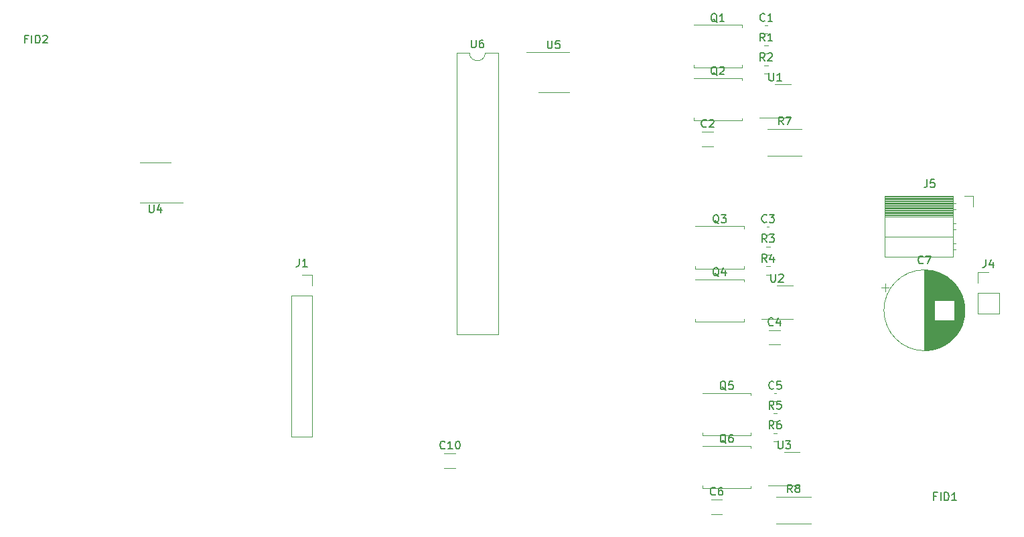
<source format=gto>
G04 #@! TF.GenerationSoftware,KiCad,Pcbnew,(7.0.0)*
G04 #@! TF.CreationDate,2023-03-09T15:00:38+01:00*
G04 #@! TF.ProjectId,asmTest,61736d54-6573-4742-9e6b-696361645f70,rev?*
G04 #@! TF.SameCoordinates,Original*
G04 #@! TF.FileFunction,Legend,Top*
G04 #@! TF.FilePolarity,Positive*
%FSLAX46Y46*%
G04 Gerber Fmt 4.6, Leading zero omitted, Abs format (unit mm)*
G04 Created by KiCad (PCBNEW (7.0.0)) date 2023-03-09 15:00:38*
%MOMM*%
%LPD*%
G01*
G04 APERTURE LIST*
%ADD10C,0.150000*%
%ADD11C,0.120000*%
G04 APERTURE END LIST*
D10*
G04 #@! TO.C,U2*
X187303095Y-79567380D02*
X187303095Y-80376904D01*
X187303095Y-80376904D02*
X187350714Y-80472142D01*
X187350714Y-80472142D02*
X187398333Y-80519761D01*
X187398333Y-80519761D02*
X187493571Y-80567380D01*
X187493571Y-80567380D02*
X187684047Y-80567380D01*
X187684047Y-80567380D02*
X187779285Y-80519761D01*
X187779285Y-80519761D02*
X187826904Y-80472142D01*
X187826904Y-80472142D02*
X187874523Y-80376904D01*
X187874523Y-80376904D02*
X187874523Y-79567380D01*
X188303095Y-79662619D02*
X188350714Y-79615000D01*
X188350714Y-79615000D02*
X188445952Y-79567380D01*
X188445952Y-79567380D02*
X188684047Y-79567380D01*
X188684047Y-79567380D02*
X188779285Y-79615000D01*
X188779285Y-79615000D02*
X188826904Y-79662619D01*
X188826904Y-79662619D02*
X188874523Y-79757857D01*
X188874523Y-79757857D02*
X188874523Y-79853095D01*
X188874523Y-79853095D02*
X188826904Y-79995952D01*
X188826904Y-79995952D02*
X188255476Y-80567380D01*
X188255476Y-80567380D02*
X188874523Y-80567380D01*
G04 #@! TO.C,R7*
X188870833Y-60647380D02*
X188537500Y-60171190D01*
X188299405Y-60647380D02*
X188299405Y-59647380D01*
X188299405Y-59647380D02*
X188680357Y-59647380D01*
X188680357Y-59647380D02*
X188775595Y-59695000D01*
X188775595Y-59695000D02*
X188823214Y-59742619D01*
X188823214Y-59742619D02*
X188870833Y-59837857D01*
X188870833Y-59837857D02*
X188870833Y-59980714D01*
X188870833Y-59980714D02*
X188823214Y-60075952D01*
X188823214Y-60075952D02*
X188775595Y-60123571D01*
X188775595Y-60123571D02*
X188680357Y-60171190D01*
X188680357Y-60171190D02*
X188299405Y-60171190D01*
X189204167Y-59647380D02*
X189870833Y-59647380D01*
X189870833Y-59647380D02*
X189442262Y-60647380D01*
G04 #@! TO.C,U6*
X149428095Y-49917380D02*
X149428095Y-50726904D01*
X149428095Y-50726904D02*
X149475714Y-50822142D01*
X149475714Y-50822142D02*
X149523333Y-50869761D01*
X149523333Y-50869761D02*
X149618571Y-50917380D01*
X149618571Y-50917380D02*
X149809047Y-50917380D01*
X149809047Y-50917380D02*
X149904285Y-50869761D01*
X149904285Y-50869761D02*
X149951904Y-50822142D01*
X149951904Y-50822142D02*
X149999523Y-50726904D01*
X149999523Y-50726904D02*
X149999523Y-49917380D01*
X150904285Y-49917380D02*
X150713809Y-49917380D01*
X150713809Y-49917380D02*
X150618571Y-49965000D01*
X150618571Y-49965000D02*
X150570952Y-50012619D01*
X150570952Y-50012619D02*
X150475714Y-50155476D01*
X150475714Y-50155476D02*
X150428095Y-50345952D01*
X150428095Y-50345952D02*
X150428095Y-50726904D01*
X150428095Y-50726904D02*
X150475714Y-50822142D01*
X150475714Y-50822142D02*
X150523333Y-50869761D01*
X150523333Y-50869761D02*
X150618571Y-50917380D01*
X150618571Y-50917380D02*
X150809047Y-50917380D01*
X150809047Y-50917380D02*
X150904285Y-50869761D01*
X150904285Y-50869761D02*
X150951904Y-50822142D01*
X150951904Y-50822142D02*
X150999523Y-50726904D01*
X150999523Y-50726904D02*
X150999523Y-50488809D01*
X150999523Y-50488809D02*
X150951904Y-50393571D01*
X150951904Y-50393571D02*
X150904285Y-50345952D01*
X150904285Y-50345952D02*
X150809047Y-50298333D01*
X150809047Y-50298333D02*
X150618571Y-50298333D01*
X150618571Y-50298333D02*
X150523333Y-50345952D01*
X150523333Y-50345952D02*
X150475714Y-50393571D01*
X150475714Y-50393571D02*
X150428095Y-50488809D01*
G04 #@! TO.C,R5*
X187658333Y-96647380D02*
X187325000Y-96171190D01*
X187086905Y-96647380D02*
X187086905Y-95647380D01*
X187086905Y-95647380D02*
X187467857Y-95647380D01*
X187467857Y-95647380D02*
X187563095Y-95695000D01*
X187563095Y-95695000D02*
X187610714Y-95742619D01*
X187610714Y-95742619D02*
X187658333Y-95837857D01*
X187658333Y-95837857D02*
X187658333Y-95980714D01*
X187658333Y-95980714D02*
X187610714Y-96075952D01*
X187610714Y-96075952D02*
X187563095Y-96123571D01*
X187563095Y-96123571D02*
X187467857Y-96171190D01*
X187467857Y-96171190D02*
X187086905Y-96171190D01*
X188563095Y-95647380D02*
X188086905Y-95647380D01*
X188086905Y-95647380D02*
X188039286Y-96123571D01*
X188039286Y-96123571D02*
X188086905Y-96075952D01*
X188086905Y-96075952D02*
X188182143Y-96028333D01*
X188182143Y-96028333D02*
X188420238Y-96028333D01*
X188420238Y-96028333D02*
X188515476Y-96075952D01*
X188515476Y-96075952D02*
X188563095Y-96123571D01*
X188563095Y-96123571D02*
X188610714Y-96218809D01*
X188610714Y-96218809D02*
X188610714Y-96456904D01*
X188610714Y-96456904D02*
X188563095Y-96552142D01*
X188563095Y-96552142D02*
X188515476Y-96599761D01*
X188515476Y-96599761D02*
X188420238Y-96647380D01*
X188420238Y-96647380D02*
X188182143Y-96647380D01*
X188182143Y-96647380D02*
X188086905Y-96599761D01*
X188086905Y-96599761D02*
X188039286Y-96552142D01*
G04 #@! TO.C,J1*
X127666666Y-77617380D02*
X127666666Y-78331666D01*
X127666666Y-78331666D02*
X127619047Y-78474523D01*
X127619047Y-78474523D02*
X127523809Y-78569761D01*
X127523809Y-78569761D02*
X127380952Y-78617380D01*
X127380952Y-78617380D02*
X127285714Y-78617380D01*
X128666666Y-78617380D02*
X128095238Y-78617380D01*
X128380952Y-78617380D02*
X128380952Y-77617380D01*
X128380952Y-77617380D02*
X128285714Y-77760238D01*
X128285714Y-77760238D02*
X128190476Y-77855476D01*
X128190476Y-77855476D02*
X128095238Y-77903095D01*
G04 #@! TO.C,Q2*
X180492261Y-54402619D02*
X180397023Y-54355000D01*
X180397023Y-54355000D02*
X180301785Y-54259761D01*
X180301785Y-54259761D02*
X180158928Y-54116904D01*
X180158928Y-54116904D02*
X180063690Y-54069285D01*
X180063690Y-54069285D02*
X179968452Y-54069285D01*
X180016071Y-54307380D02*
X179920833Y-54259761D01*
X179920833Y-54259761D02*
X179825595Y-54164523D01*
X179825595Y-54164523D02*
X179777976Y-53974047D01*
X179777976Y-53974047D02*
X179777976Y-53640714D01*
X179777976Y-53640714D02*
X179825595Y-53450238D01*
X179825595Y-53450238D02*
X179920833Y-53355000D01*
X179920833Y-53355000D02*
X180016071Y-53307380D01*
X180016071Y-53307380D02*
X180206547Y-53307380D01*
X180206547Y-53307380D02*
X180301785Y-53355000D01*
X180301785Y-53355000D02*
X180397023Y-53450238D01*
X180397023Y-53450238D02*
X180444642Y-53640714D01*
X180444642Y-53640714D02*
X180444642Y-53974047D01*
X180444642Y-53974047D02*
X180397023Y-54164523D01*
X180397023Y-54164523D02*
X180301785Y-54259761D01*
X180301785Y-54259761D02*
X180206547Y-54307380D01*
X180206547Y-54307380D02*
X180016071Y-54307380D01*
X180825595Y-53402619D02*
X180873214Y-53355000D01*
X180873214Y-53355000D02*
X180968452Y-53307380D01*
X180968452Y-53307380D02*
X181206547Y-53307380D01*
X181206547Y-53307380D02*
X181301785Y-53355000D01*
X181301785Y-53355000D02*
X181349404Y-53402619D01*
X181349404Y-53402619D02*
X181397023Y-53497857D01*
X181397023Y-53497857D02*
X181397023Y-53593095D01*
X181397023Y-53593095D02*
X181349404Y-53735952D01*
X181349404Y-53735952D02*
X180777976Y-54307380D01*
X180777976Y-54307380D02*
X181397023Y-54307380D01*
G04 #@! TO.C,C2*
X179140833Y-60892142D02*
X179093214Y-60939761D01*
X179093214Y-60939761D02*
X178950357Y-60987380D01*
X178950357Y-60987380D02*
X178855119Y-60987380D01*
X178855119Y-60987380D02*
X178712262Y-60939761D01*
X178712262Y-60939761D02*
X178617024Y-60844523D01*
X178617024Y-60844523D02*
X178569405Y-60749285D01*
X178569405Y-60749285D02*
X178521786Y-60558809D01*
X178521786Y-60558809D02*
X178521786Y-60415952D01*
X178521786Y-60415952D02*
X178569405Y-60225476D01*
X178569405Y-60225476D02*
X178617024Y-60130238D01*
X178617024Y-60130238D02*
X178712262Y-60035000D01*
X178712262Y-60035000D02*
X178855119Y-59987380D01*
X178855119Y-59987380D02*
X178950357Y-59987380D01*
X178950357Y-59987380D02*
X179093214Y-60035000D01*
X179093214Y-60035000D02*
X179140833Y-60082619D01*
X179521786Y-60082619D02*
X179569405Y-60035000D01*
X179569405Y-60035000D02*
X179664643Y-59987380D01*
X179664643Y-59987380D02*
X179902738Y-59987380D01*
X179902738Y-59987380D02*
X179997976Y-60035000D01*
X179997976Y-60035000D02*
X180045595Y-60082619D01*
X180045595Y-60082619D02*
X180093214Y-60177857D01*
X180093214Y-60177857D02*
X180093214Y-60273095D01*
X180093214Y-60273095D02*
X180045595Y-60415952D01*
X180045595Y-60415952D02*
X179474167Y-60987380D01*
X179474167Y-60987380D02*
X180093214Y-60987380D01*
G04 #@! TO.C,FID2*
X93328571Y-49803571D02*
X92995238Y-49803571D01*
X92995238Y-50327380D02*
X92995238Y-49327380D01*
X92995238Y-49327380D02*
X93471428Y-49327380D01*
X93852381Y-50327380D02*
X93852381Y-49327380D01*
X94328571Y-50327380D02*
X94328571Y-49327380D01*
X94328571Y-49327380D02*
X94566666Y-49327380D01*
X94566666Y-49327380D02*
X94709523Y-49375000D01*
X94709523Y-49375000D02*
X94804761Y-49470238D01*
X94804761Y-49470238D02*
X94852380Y-49565476D01*
X94852380Y-49565476D02*
X94899999Y-49755952D01*
X94899999Y-49755952D02*
X94899999Y-49898809D01*
X94899999Y-49898809D02*
X94852380Y-50089285D01*
X94852380Y-50089285D02*
X94804761Y-50184523D01*
X94804761Y-50184523D02*
X94709523Y-50279761D01*
X94709523Y-50279761D02*
X94566666Y-50327380D01*
X94566666Y-50327380D02*
X94328571Y-50327380D01*
X95280952Y-49422619D02*
X95328571Y-49375000D01*
X95328571Y-49375000D02*
X95423809Y-49327380D01*
X95423809Y-49327380D02*
X95661904Y-49327380D01*
X95661904Y-49327380D02*
X95757142Y-49375000D01*
X95757142Y-49375000D02*
X95804761Y-49422619D01*
X95804761Y-49422619D02*
X95852380Y-49517857D01*
X95852380Y-49517857D02*
X95852380Y-49613095D01*
X95852380Y-49613095D02*
X95804761Y-49755952D01*
X95804761Y-49755952D02*
X95233333Y-50327380D01*
X95233333Y-50327380D02*
X95852380Y-50327380D01*
G04 #@! TO.C,Q4*
X180719761Y-79872619D02*
X180624523Y-79825000D01*
X180624523Y-79825000D02*
X180529285Y-79729761D01*
X180529285Y-79729761D02*
X180386428Y-79586904D01*
X180386428Y-79586904D02*
X180291190Y-79539285D01*
X180291190Y-79539285D02*
X180195952Y-79539285D01*
X180243571Y-79777380D02*
X180148333Y-79729761D01*
X180148333Y-79729761D02*
X180053095Y-79634523D01*
X180053095Y-79634523D02*
X180005476Y-79444047D01*
X180005476Y-79444047D02*
X180005476Y-79110714D01*
X180005476Y-79110714D02*
X180053095Y-78920238D01*
X180053095Y-78920238D02*
X180148333Y-78825000D01*
X180148333Y-78825000D02*
X180243571Y-78777380D01*
X180243571Y-78777380D02*
X180434047Y-78777380D01*
X180434047Y-78777380D02*
X180529285Y-78825000D01*
X180529285Y-78825000D02*
X180624523Y-78920238D01*
X180624523Y-78920238D02*
X180672142Y-79110714D01*
X180672142Y-79110714D02*
X180672142Y-79444047D01*
X180672142Y-79444047D02*
X180624523Y-79634523D01*
X180624523Y-79634523D02*
X180529285Y-79729761D01*
X180529285Y-79729761D02*
X180434047Y-79777380D01*
X180434047Y-79777380D02*
X180243571Y-79777380D01*
X181529285Y-79110714D02*
X181529285Y-79777380D01*
X181291190Y-78729761D02*
X181053095Y-79444047D01*
X181053095Y-79444047D02*
X181672142Y-79444047D01*
G04 #@! TO.C,Q6*
X181619761Y-100972619D02*
X181524523Y-100925000D01*
X181524523Y-100925000D02*
X181429285Y-100829761D01*
X181429285Y-100829761D02*
X181286428Y-100686904D01*
X181286428Y-100686904D02*
X181191190Y-100639285D01*
X181191190Y-100639285D02*
X181095952Y-100639285D01*
X181143571Y-100877380D02*
X181048333Y-100829761D01*
X181048333Y-100829761D02*
X180953095Y-100734523D01*
X180953095Y-100734523D02*
X180905476Y-100544047D01*
X180905476Y-100544047D02*
X180905476Y-100210714D01*
X180905476Y-100210714D02*
X180953095Y-100020238D01*
X180953095Y-100020238D02*
X181048333Y-99925000D01*
X181048333Y-99925000D02*
X181143571Y-99877380D01*
X181143571Y-99877380D02*
X181334047Y-99877380D01*
X181334047Y-99877380D02*
X181429285Y-99925000D01*
X181429285Y-99925000D02*
X181524523Y-100020238D01*
X181524523Y-100020238D02*
X181572142Y-100210714D01*
X181572142Y-100210714D02*
X181572142Y-100544047D01*
X181572142Y-100544047D02*
X181524523Y-100734523D01*
X181524523Y-100734523D02*
X181429285Y-100829761D01*
X181429285Y-100829761D02*
X181334047Y-100877380D01*
X181334047Y-100877380D02*
X181143571Y-100877380D01*
X182429285Y-99877380D02*
X182238809Y-99877380D01*
X182238809Y-99877380D02*
X182143571Y-99925000D01*
X182143571Y-99925000D02*
X182095952Y-99972619D01*
X182095952Y-99972619D02*
X182000714Y-100115476D01*
X182000714Y-100115476D02*
X181953095Y-100305952D01*
X181953095Y-100305952D02*
X181953095Y-100686904D01*
X181953095Y-100686904D02*
X182000714Y-100782142D01*
X182000714Y-100782142D02*
X182048333Y-100829761D01*
X182048333Y-100829761D02*
X182143571Y-100877380D01*
X182143571Y-100877380D02*
X182334047Y-100877380D01*
X182334047Y-100877380D02*
X182429285Y-100829761D01*
X182429285Y-100829761D02*
X182476904Y-100782142D01*
X182476904Y-100782142D02*
X182524523Y-100686904D01*
X182524523Y-100686904D02*
X182524523Y-100448809D01*
X182524523Y-100448809D02*
X182476904Y-100353571D01*
X182476904Y-100353571D02*
X182429285Y-100305952D01*
X182429285Y-100305952D02*
X182334047Y-100258333D01*
X182334047Y-100258333D02*
X182143571Y-100258333D01*
X182143571Y-100258333D02*
X182048333Y-100305952D01*
X182048333Y-100305952D02*
X182000714Y-100353571D01*
X182000714Y-100353571D02*
X181953095Y-100448809D01*
G04 #@! TO.C,R2*
X186530833Y-52587380D02*
X186197500Y-52111190D01*
X185959405Y-52587380D02*
X185959405Y-51587380D01*
X185959405Y-51587380D02*
X186340357Y-51587380D01*
X186340357Y-51587380D02*
X186435595Y-51635000D01*
X186435595Y-51635000D02*
X186483214Y-51682619D01*
X186483214Y-51682619D02*
X186530833Y-51777857D01*
X186530833Y-51777857D02*
X186530833Y-51920714D01*
X186530833Y-51920714D02*
X186483214Y-52015952D01*
X186483214Y-52015952D02*
X186435595Y-52063571D01*
X186435595Y-52063571D02*
X186340357Y-52111190D01*
X186340357Y-52111190D02*
X185959405Y-52111190D01*
X186911786Y-51682619D02*
X186959405Y-51635000D01*
X186959405Y-51635000D02*
X187054643Y-51587380D01*
X187054643Y-51587380D02*
X187292738Y-51587380D01*
X187292738Y-51587380D02*
X187387976Y-51635000D01*
X187387976Y-51635000D02*
X187435595Y-51682619D01*
X187435595Y-51682619D02*
X187483214Y-51777857D01*
X187483214Y-51777857D02*
X187483214Y-51873095D01*
X187483214Y-51873095D02*
X187435595Y-52015952D01*
X187435595Y-52015952D02*
X186864167Y-52587380D01*
X186864167Y-52587380D02*
X187483214Y-52587380D01*
G04 #@! TO.C,C6*
X180268333Y-107462142D02*
X180220714Y-107509761D01*
X180220714Y-107509761D02*
X180077857Y-107557380D01*
X180077857Y-107557380D02*
X179982619Y-107557380D01*
X179982619Y-107557380D02*
X179839762Y-107509761D01*
X179839762Y-107509761D02*
X179744524Y-107414523D01*
X179744524Y-107414523D02*
X179696905Y-107319285D01*
X179696905Y-107319285D02*
X179649286Y-107128809D01*
X179649286Y-107128809D02*
X179649286Y-106985952D01*
X179649286Y-106985952D02*
X179696905Y-106795476D01*
X179696905Y-106795476D02*
X179744524Y-106700238D01*
X179744524Y-106700238D02*
X179839762Y-106605000D01*
X179839762Y-106605000D02*
X179982619Y-106557380D01*
X179982619Y-106557380D02*
X180077857Y-106557380D01*
X180077857Y-106557380D02*
X180220714Y-106605000D01*
X180220714Y-106605000D02*
X180268333Y-106652619D01*
X181125476Y-106557380D02*
X180935000Y-106557380D01*
X180935000Y-106557380D02*
X180839762Y-106605000D01*
X180839762Y-106605000D02*
X180792143Y-106652619D01*
X180792143Y-106652619D02*
X180696905Y-106795476D01*
X180696905Y-106795476D02*
X180649286Y-106985952D01*
X180649286Y-106985952D02*
X180649286Y-107366904D01*
X180649286Y-107366904D02*
X180696905Y-107462142D01*
X180696905Y-107462142D02*
X180744524Y-107509761D01*
X180744524Y-107509761D02*
X180839762Y-107557380D01*
X180839762Y-107557380D02*
X181030238Y-107557380D01*
X181030238Y-107557380D02*
X181125476Y-107509761D01*
X181125476Y-107509761D02*
X181173095Y-107462142D01*
X181173095Y-107462142D02*
X181220714Y-107366904D01*
X181220714Y-107366904D02*
X181220714Y-107128809D01*
X181220714Y-107128809D02*
X181173095Y-107033571D01*
X181173095Y-107033571D02*
X181125476Y-106985952D01*
X181125476Y-106985952D02*
X181030238Y-106938333D01*
X181030238Y-106938333D02*
X180839762Y-106938333D01*
X180839762Y-106938333D02*
X180744524Y-106985952D01*
X180744524Y-106985952D02*
X180696905Y-107033571D01*
X180696905Y-107033571D02*
X180649286Y-107128809D01*
G04 #@! TO.C,J5*
X207026666Y-67597380D02*
X207026666Y-68311666D01*
X207026666Y-68311666D02*
X206979047Y-68454523D01*
X206979047Y-68454523D02*
X206883809Y-68549761D01*
X206883809Y-68549761D02*
X206740952Y-68597380D01*
X206740952Y-68597380D02*
X206645714Y-68597380D01*
X207979047Y-67597380D02*
X207502857Y-67597380D01*
X207502857Y-67597380D02*
X207455238Y-68073571D01*
X207455238Y-68073571D02*
X207502857Y-68025952D01*
X207502857Y-68025952D02*
X207598095Y-67978333D01*
X207598095Y-67978333D02*
X207836190Y-67978333D01*
X207836190Y-67978333D02*
X207931428Y-68025952D01*
X207931428Y-68025952D02*
X207979047Y-68073571D01*
X207979047Y-68073571D02*
X208026666Y-68168809D01*
X208026666Y-68168809D02*
X208026666Y-68406904D01*
X208026666Y-68406904D02*
X207979047Y-68502142D01*
X207979047Y-68502142D02*
X207931428Y-68549761D01*
X207931428Y-68549761D02*
X207836190Y-68597380D01*
X207836190Y-68597380D02*
X207598095Y-68597380D01*
X207598095Y-68597380D02*
X207502857Y-68549761D01*
X207502857Y-68549761D02*
X207455238Y-68502142D01*
G04 #@! TO.C,U4*
X108713095Y-70772380D02*
X108713095Y-71581904D01*
X108713095Y-71581904D02*
X108760714Y-71677142D01*
X108760714Y-71677142D02*
X108808333Y-71724761D01*
X108808333Y-71724761D02*
X108903571Y-71772380D01*
X108903571Y-71772380D02*
X109094047Y-71772380D01*
X109094047Y-71772380D02*
X109189285Y-71724761D01*
X109189285Y-71724761D02*
X109236904Y-71677142D01*
X109236904Y-71677142D02*
X109284523Y-71581904D01*
X109284523Y-71581904D02*
X109284523Y-70772380D01*
X110189285Y-71105714D02*
X110189285Y-71772380D01*
X109951190Y-70724761D02*
X109713095Y-71439047D01*
X109713095Y-71439047D02*
X110332142Y-71439047D01*
G04 #@! TO.C,Q1*
X180492261Y-47692619D02*
X180397023Y-47645000D01*
X180397023Y-47645000D02*
X180301785Y-47549761D01*
X180301785Y-47549761D02*
X180158928Y-47406904D01*
X180158928Y-47406904D02*
X180063690Y-47359285D01*
X180063690Y-47359285D02*
X179968452Y-47359285D01*
X180016071Y-47597380D02*
X179920833Y-47549761D01*
X179920833Y-47549761D02*
X179825595Y-47454523D01*
X179825595Y-47454523D02*
X179777976Y-47264047D01*
X179777976Y-47264047D02*
X179777976Y-46930714D01*
X179777976Y-46930714D02*
X179825595Y-46740238D01*
X179825595Y-46740238D02*
X179920833Y-46645000D01*
X179920833Y-46645000D02*
X180016071Y-46597380D01*
X180016071Y-46597380D02*
X180206547Y-46597380D01*
X180206547Y-46597380D02*
X180301785Y-46645000D01*
X180301785Y-46645000D02*
X180397023Y-46740238D01*
X180397023Y-46740238D02*
X180444642Y-46930714D01*
X180444642Y-46930714D02*
X180444642Y-47264047D01*
X180444642Y-47264047D02*
X180397023Y-47454523D01*
X180397023Y-47454523D02*
X180301785Y-47549761D01*
X180301785Y-47549761D02*
X180206547Y-47597380D01*
X180206547Y-47597380D02*
X180016071Y-47597380D01*
X181397023Y-47597380D02*
X180825595Y-47597380D01*
X181111309Y-47597380D02*
X181111309Y-46597380D01*
X181111309Y-46597380D02*
X181016071Y-46740238D01*
X181016071Y-46740238D02*
X180920833Y-46835476D01*
X180920833Y-46835476D02*
X180825595Y-46883095D01*
G04 #@! TO.C,U5*
X159068095Y-49997380D02*
X159068095Y-50806904D01*
X159068095Y-50806904D02*
X159115714Y-50902142D01*
X159115714Y-50902142D02*
X159163333Y-50949761D01*
X159163333Y-50949761D02*
X159258571Y-50997380D01*
X159258571Y-50997380D02*
X159449047Y-50997380D01*
X159449047Y-50997380D02*
X159544285Y-50949761D01*
X159544285Y-50949761D02*
X159591904Y-50902142D01*
X159591904Y-50902142D02*
X159639523Y-50806904D01*
X159639523Y-50806904D02*
X159639523Y-49997380D01*
X160591904Y-49997380D02*
X160115714Y-49997380D01*
X160115714Y-49997380D02*
X160068095Y-50473571D01*
X160068095Y-50473571D02*
X160115714Y-50425952D01*
X160115714Y-50425952D02*
X160210952Y-50378333D01*
X160210952Y-50378333D02*
X160449047Y-50378333D01*
X160449047Y-50378333D02*
X160544285Y-50425952D01*
X160544285Y-50425952D02*
X160591904Y-50473571D01*
X160591904Y-50473571D02*
X160639523Y-50568809D01*
X160639523Y-50568809D02*
X160639523Y-50806904D01*
X160639523Y-50806904D02*
X160591904Y-50902142D01*
X160591904Y-50902142D02*
X160544285Y-50949761D01*
X160544285Y-50949761D02*
X160449047Y-50997380D01*
X160449047Y-50997380D02*
X160210952Y-50997380D01*
X160210952Y-50997380D02*
X160115714Y-50949761D01*
X160115714Y-50949761D02*
X160068095Y-50902142D01*
G04 #@! TO.C,C3*
X186758333Y-72942142D02*
X186710714Y-72989761D01*
X186710714Y-72989761D02*
X186567857Y-73037380D01*
X186567857Y-73037380D02*
X186472619Y-73037380D01*
X186472619Y-73037380D02*
X186329762Y-72989761D01*
X186329762Y-72989761D02*
X186234524Y-72894523D01*
X186234524Y-72894523D02*
X186186905Y-72799285D01*
X186186905Y-72799285D02*
X186139286Y-72608809D01*
X186139286Y-72608809D02*
X186139286Y-72465952D01*
X186139286Y-72465952D02*
X186186905Y-72275476D01*
X186186905Y-72275476D02*
X186234524Y-72180238D01*
X186234524Y-72180238D02*
X186329762Y-72085000D01*
X186329762Y-72085000D02*
X186472619Y-72037380D01*
X186472619Y-72037380D02*
X186567857Y-72037380D01*
X186567857Y-72037380D02*
X186710714Y-72085000D01*
X186710714Y-72085000D02*
X186758333Y-72132619D01*
X187091667Y-72037380D02*
X187710714Y-72037380D01*
X187710714Y-72037380D02*
X187377381Y-72418333D01*
X187377381Y-72418333D02*
X187520238Y-72418333D01*
X187520238Y-72418333D02*
X187615476Y-72465952D01*
X187615476Y-72465952D02*
X187663095Y-72513571D01*
X187663095Y-72513571D02*
X187710714Y-72608809D01*
X187710714Y-72608809D02*
X187710714Y-72846904D01*
X187710714Y-72846904D02*
X187663095Y-72942142D01*
X187663095Y-72942142D02*
X187615476Y-72989761D01*
X187615476Y-72989761D02*
X187520238Y-73037380D01*
X187520238Y-73037380D02*
X187234524Y-73037380D01*
X187234524Y-73037380D02*
X187139286Y-72989761D01*
X187139286Y-72989761D02*
X187091667Y-72942142D01*
G04 #@! TO.C,C10*
X146082142Y-101622142D02*
X146034523Y-101669761D01*
X146034523Y-101669761D02*
X145891666Y-101717380D01*
X145891666Y-101717380D02*
X145796428Y-101717380D01*
X145796428Y-101717380D02*
X145653571Y-101669761D01*
X145653571Y-101669761D02*
X145558333Y-101574523D01*
X145558333Y-101574523D02*
X145510714Y-101479285D01*
X145510714Y-101479285D02*
X145463095Y-101288809D01*
X145463095Y-101288809D02*
X145463095Y-101145952D01*
X145463095Y-101145952D02*
X145510714Y-100955476D01*
X145510714Y-100955476D02*
X145558333Y-100860238D01*
X145558333Y-100860238D02*
X145653571Y-100765000D01*
X145653571Y-100765000D02*
X145796428Y-100717380D01*
X145796428Y-100717380D02*
X145891666Y-100717380D01*
X145891666Y-100717380D02*
X146034523Y-100765000D01*
X146034523Y-100765000D02*
X146082142Y-100812619D01*
X147034523Y-101717380D02*
X146463095Y-101717380D01*
X146748809Y-101717380D02*
X146748809Y-100717380D01*
X146748809Y-100717380D02*
X146653571Y-100860238D01*
X146653571Y-100860238D02*
X146558333Y-100955476D01*
X146558333Y-100955476D02*
X146463095Y-101003095D01*
X147653571Y-100717380D02*
X147748809Y-100717380D01*
X147748809Y-100717380D02*
X147844047Y-100765000D01*
X147844047Y-100765000D02*
X147891666Y-100812619D01*
X147891666Y-100812619D02*
X147939285Y-100907857D01*
X147939285Y-100907857D02*
X147986904Y-101098333D01*
X147986904Y-101098333D02*
X147986904Y-101336428D01*
X147986904Y-101336428D02*
X147939285Y-101526904D01*
X147939285Y-101526904D02*
X147891666Y-101622142D01*
X147891666Y-101622142D02*
X147844047Y-101669761D01*
X147844047Y-101669761D02*
X147748809Y-101717380D01*
X147748809Y-101717380D02*
X147653571Y-101717380D01*
X147653571Y-101717380D02*
X147558333Y-101669761D01*
X147558333Y-101669761D02*
X147510714Y-101622142D01*
X147510714Y-101622142D02*
X147463095Y-101526904D01*
X147463095Y-101526904D02*
X147415476Y-101336428D01*
X147415476Y-101336428D02*
X147415476Y-101098333D01*
X147415476Y-101098333D02*
X147463095Y-100907857D01*
X147463095Y-100907857D02*
X147510714Y-100812619D01*
X147510714Y-100812619D02*
X147558333Y-100765000D01*
X147558333Y-100765000D02*
X147653571Y-100717380D01*
G04 #@! TO.C,R4*
X186758333Y-78057380D02*
X186425000Y-77581190D01*
X186186905Y-78057380D02*
X186186905Y-77057380D01*
X186186905Y-77057380D02*
X186567857Y-77057380D01*
X186567857Y-77057380D02*
X186663095Y-77105000D01*
X186663095Y-77105000D02*
X186710714Y-77152619D01*
X186710714Y-77152619D02*
X186758333Y-77247857D01*
X186758333Y-77247857D02*
X186758333Y-77390714D01*
X186758333Y-77390714D02*
X186710714Y-77485952D01*
X186710714Y-77485952D02*
X186663095Y-77533571D01*
X186663095Y-77533571D02*
X186567857Y-77581190D01*
X186567857Y-77581190D02*
X186186905Y-77581190D01*
X187615476Y-77390714D02*
X187615476Y-78057380D01*
X187377381Y-77009761D02*
X187139286Y-77724047D01*
X187139286Y-77724047D02*
X187758333Y-77724047D01*
G04 #@! TO.C,C4*
X187578333Y-86022142D02*
X187530714Y-86069761D01*
X187530714Y-86069761D02*
X187387857Y-86117380D01*
X187387857Y-86117380D02*
X187292619Y-86117380D01*
X187292619Y-86117380D02*
X187149762Y-86069761D01*
X187149762Y-86069761D02*
X187054524Y-85974523D01*
X187054524Y-85974523D02*
X187006905Y-85879285D01*
X187006905Y-85879285D02*
X186959286Y-85688809D01*
X186959286Y-85688809D02*
X186959286Y-85545952D01*
X186959286Y-85545952D02*
X187006905Y-85355476D01*
X187006905Y-85355476D02*
X187054524Y-85260238D01*
X187054524Y-85260238D02*
X187149762Y-85165000D01*
X187149762Y-85165000D02*
X187292619Y-85117380D01*
X187292619Y-85117380D02*
X187387857Y-85117380D01*
X187387857Y-85117380D02*
X187530714Y-85165000D01*
X187530714Y-85165000D02*
X187578333Y-85212619D01*
X188435476Y-85450714D02*
X188435476Y-86117380D01*
X188197381Y-85069761D02*
X187959286Y-85784047D01*
X187959286Y-85784047D02*
X188578333Y-85784047D01*
G04 #@! TO.C,FID1*
X208228571Y-107703571D02*
X207895238Y-107703571D01*
X207895238Y-108227380D02*
X207895238Y-107227380D01*
X207895238Y-107227380D02*
X208371428Y-107227380D01*
X208752381Y-108227380D02*
X208752381Y-107227380D01*
X209228571Y-108227380D02*
X209228571Y-107227380D01*
X209228571Y-107227380D02*
X209466666Y-107227380D01*
X209466666Y-107227380D02*
X209609523Y-107275000D01*
X209609523Y-107275000D02*
X209704761Y-107370238D01*
X209704761Y-107370238D02*
X209752380Y-107465476D01*
X209752380Y-107465476D02*
X209799999Y-107655952D01*
X209799999Y-107655952D02*
X209799999Y-107798809D01*
X209799999Y-107798809D02*
X209752380Y-107989285D01*
X209752380Y-107989285D02*
X209704761Y-108084523D01*
X209704761Y-108084523D02*
X209609523Y-108179761D01*
X209609523Y-108179761D02*
X209466666Y-108227380D01*
X209466666Y-108227380D02*
X209228571Y-108227380D01*
X210752380Y-108227380D02*
X210180952Y-108227380D01*
X210466666Y-108227380D02*
X210466666Y-107227380D01*
X210466666Y-107227380D02*
X210371428Y-107370238D01*
X210371428Y-107370238D02*
X210276190Y-107465476D01*
X210276190Y-107465476D02*
X210180952Y-107513095D01*
G04 #@! TO.C,C1*
X186530833Y-47472142D02*
X186483214Y-47519761D01*
X186483214Y-47519761D02*
X186340357Y-47567380D01*
X186340357Y-47567380D02*
X186245119Y-47567380D01*
X186245119Y-47567380D02*
X186102262Y-47519761D01*
X186102262Y-47519761D02*
X186007024Y-47424523D01*
X186007024Y-47424523D02*
X185959405Y-47329285D01*
X185959405Y-47329285D02*
X185911786Y-47138809D01*
X185911786Y-47138809D02*
X185911786Y-46995952D01*
X185911786Y-46995952D02*
X185959405Y-46805476D01*
X185959405Y-46805476D02*
X186007024Y-46710238D01*
X186007024Y-46710238D02*
X186102262Y-46615000D01*
X186102262Y-46615000D02*
X186245119Y-46567380D01*
X186245119Y-46567380D02*
X186340357Y-46567380D01*
X186340357Y-46567380D02*
X186483214Y-46615000D01*
X186483214Y-46615000D02*
X186530833Y-46662619D01*
X187483214Y-47567380D02*
X186911786Y-47567380D01*
X187197500Y-47567380D02*
X187197500Y-46567380D01*
X187197500Y-46567380D02*
X187102262Y-46710238D01*
X187102262Y-46710238D02*
X187007024Y-46805476D01*
X187007024Y-46805476D02*
X186911786Y-46853095D01*
G04 #@! TO.C,R1*
X186530833Y-50077380D02*
X186197500Y-49601190D01*
X185959405Y-50077380D02*
X185959405Y-49077380D01*
X185959405Y-49077380D02*
X186340357Y-49077380D01*
X186340357Y-49077380D02*
X186435595Y-49125000D01*
X186435595Y-49125000D02*
X186483214Y-49172619D01*
X186483214Y-49172619D02*
X186530833Y-49267857D01*
X186530833Y-49267857D02*
X186530833Y-49410714D01*
X186530833Y-49410714D02*
X186483214Y-49505952D01*
X186483214Y-49505952D02*
X186435595Y-49553571D01*
X186435595Y-49553571D02*
X186340357Y-49601190D01*
X186340357Y-49601190D02*
X185959405Y-49601190D01*
X187483214Y-50077380D02*
X186911786Y-50077380D01*
X187197500Y-50077380D02*
X187197500Y-49077380D01*
X187197500Y-49077380D02*
X187102262Y-49220238D01*
X187102262Y-49220238D02*
X187007024Y-49315476D01*
X187007024Y-49315476D02*
X186911786Y-49363095D01*
G04 #@! TO.C,C5*
X187658333Y-94042142D02*
X187610714Y-94089761D01*
X187610714Y-94089761D02*
X187467857Y-94137380D01*
X187467857Y-94137380D02*
X187372619Y-94137380D01*
X187372619Y-94137380D02*
X187229762Y-94089761D01*
X187229762Y-94089761D02*
X187134524Y-93994523D01*
X187134524Y-93994523D02*
X187086905Y-93899285D01*
X187086905Y-93899285D02*
X187039286Y-93708809D01*
X187039286Y-93708809D02*
X187039286Y-93565952D01*
X187039286Y-93565952D02*
X187086905Y-93375476D01*
X187086905Y-93375476D02*
X187134524Y-93280238D01*
X187134524Y-93280238D02*
X187229762Y-93185000D01*
X187229762Y-93185000D02*
X187372619Y-93137380D01*
X187372619Y-93137380D02*
X187467857Y-93137380D01*
X187467857Y-93137380D02*
X187610714Y-93185000D01*
X187610714Y-93185000D02*
X187658333Y-93232619D01*
X188563095Y-93137380D02*
X188086905Y-93137380D01*
X188086905Y-93137380D02*
X188039286Y-93613571D01*
X188039286Y-93613571D02*
X188086905Y-93565952D01*
X188086905Y-93565952D02*
X188182143Y-93518333D01*
X188182143Y-93518333D02*
X188420238Y-93518333D01*
X188420238Y-93518333D02*
X188515476Y-93565952D01*
X188515476Y-93565952D02*
X188563095Y-93613571D01*
X188563095Y-93613571D02*
X188610714Y-93708809D01*
X188610714Y-93708809D02*
X188610714Y-93946904D01*
X188610714Y-93946904D02*
X188563095Y-94042142D01*
X188563095Y-94042142D02*
X188515476Y-94089761D01*
X188515476Y-94089761D02*
X188420238Y-94137380D01*
X188420238Y-94137380D02*
X188182143Y-94137380D01*
X188182143Y-94137380D02*
X188086905Y-94089761D01*
X188086905Y-94089761D02*
X188039286Y-94042142D01*
G04 #@! TO.C,U1*
X187075595Y-54097380D02*
X187075595Y-54906904D01*
X187075595Y-54906904D02*
X187123214Y-55002142D01*
X187123214Y-55002142D02*
X187170833Y-55049761D01*
X187170833Y-55049761D02*
X187266071Y-55097380D01*
X187266071Y-55097380D02*
X187456547Y-55097380D01*
X187456547Y-55097380D02*
X187551785Y-55049761D01*
X187551785Y-55049761D02*
X187599404Y-55002142D01*
X187599404Y-55002142D02*
X187647023Y-54906904D01*
X187647023Y-54906904D02*
X187647023Y-54097380D01*
X188647023Y-55097380D02*
X188075595Y-55097380D01*
X188361309Y-55097380D02*
X188361309Y-54097380D01*
X188361309Y-54097380D02*
X188266071Y-54240238D01*
X188266071Y-54240238D02*
X188170833Y-54335476D01*
X188170833Y-54335476D02*
X188075595Y-54383095D01*
G04 #@! TO.C,R3*
X186758333Y-75547380D02*
X186425000Y-75071190D01*
X186186905Y-75547380D02*
X186186905Y-74547380D01*
X186186905Y-74547380D02*
X186567857Y-74547380D01*
X186567857Y-74547380D02*
X186663095Y-74595000D01*
X186663095Y-74595000D02*
X186710714Y-74642619D01*
X186710714Y-74642619D02*
X186758333Y-74737857D01*
X186758333Y-74737857D02*
X186758333Y-74880714D01*
X186758333Y-74880714D02*
X186710714Y-74975952D01*
X186710714Y-74975952D02*
X186663095Y-75023571D01*
X186663095Y-75023571D02*
X186567857Y-75071190D01*
X186567857Y-75071190D02*
X186186905Y-75071190D01*
X187091667Y-74547380D02*
X187710714Y-74547380D01*
X187710714Y-74547380D02*
X187377381Y-74928333D01*
X187377381Y-74928333D02*
X187520238Y-74928333D01*
X187520238Y-74928333D02*
X187615476Y-74975952D01*
X187615476Y-74975952D02*
X187663095Y-75023571D01*
X187663095Y-75023571D02*
X187710714Y-75118809D01*
X187710714Y-75118809D02*
X187710714Y-75356904D01*
X187710714Y-75356904D02*
X187663095Y-75452142D01*
X187663095Y-75452142D02*
X187615476Y-75499761D01*
X187615476Y-75499761D02*
X187520238Y-75547380D01*
X187520238Y-75547380D02*
X187234524Y-75547380D01*
X187234524Y-75547380D02*
X187139286Y-75499761D01*
X187139286Y-75499761D02*
X187091667Y-75452142D01*
G04 #@! TO.C,U3*
X188203095Y-100667380D02*
X188203095Y-101476904D01*
X188203095Y-101476904D02*
X188250714Y-101572142D01*
X188250714Y-101572142D02*
X188298333Y-101619761D01*
X188298333Y-101619761D02*
X188393571Y-101667380D01*
X188393571Y-101667380D02*
X188584047Y-101667380D01*
X188584047Y-101667380D02*
X188679285Y-101619761D01*
X188679285Y-101619761D02*
X188726904Y-101572142D01*
X188726904Y-101572142D02*
X188774523Y-101476904D01*
X188774523Y-101476904D02*
X188774523Y-100667380D01*
X189155476Y-100667380D02*
X189774523Y-100667380D01*
X189774523Y-100667380D02*
X189441190Y-101048333D01*
X189441190Y-101048333D02*
X189584047Y-101048333D01*
X189584047Y-101048333D02*
X189679285Y-101095952D01*
X189679285Y-101095952D02*
X189726904Y-101143571D01*
X189726904Y-101143571D02*
X189774523Y-101238809D01*
X189774523Y-101238809D02*
X189774523Y-101476904D01*
X189774523Y-101476904D02*
X189726904Y-101572142D01*
X189726904Y-101572142D02*
X189679285Y-101619761D01*
X189679285Y-101619761D02*
X189584047Y-101667380D01*
X189584047Y-101667380D02*
X189298333Y-101667380D01*
X189298333Y-101667380D02*
X189203095Y-101619761D01*
X189203095Y-101619761D02*
X189155476Y-101572142D01*
G04 #@! TO.C,R6*
X187658333Y-99157380D02*
X187325000Y-98681190D01*
X187086905Y-99157380D02*
X187086905Y-98157380D01*
X187086905Y-98157380D02*
X187467857Y-98157380D01*
X187467857Y-98157380D02*
X187563095Y-98205000D01*
X187563095Y-98205000D02*
X187610714Y-98252619D01*
X187610714Y-98252619D02*
X187658333Y-98347857D01*
X187658333Y-98347857D02*
X187658333Y-98490714D01*
X187658333Y-98490714D02*
X187610714Y-98585952D01*
X187610714Y-98585952D02*
X187563095Y-98633571D01*
X187563095Y-98633571D02*
X187467857Y-98681190D01*
X187467857Y-98681190D02*
X187086905Y-98681190D01*
X188515476Y-98157380D02*
X188325000Y-98157380D01*
X188325000Y-98157380D02*
X188229762Y-98205000D01*
X188229762Y-98205000D02*
X188182143Y-98252619D01*
X188182143Y-98252619D02*
X188086905Y-98395476D01*
X188086905Y-98395476D02*
X188039286Y-98585952D01*
X188039286Y-98585952D02*
X188039286Y-98966904D01*
X188039286Y-98966904D02*
X188086905Y-99062142D01*
X188086905Y-99062142D02*
X188134524Y-99109761D01*
X188134524Y-99109761D02*
X188229762Y-99157380D01*
X188229762Y-99157380D02*
X188420238Y-99157380D01*
X188420238Y-99157380D02*
X188515476Y-99109761D01*
X188515476Y-99109761D02*
X188563095Y-99062142D01*
X188563095Y-99062142D02*
X188610714Y-98966904D01*
X188610714Y-98966904D02*
X188610714Y-98728809D01*
X188610714Y-98728809D02*
X188563095Y-98633571D01*
X188563095Y-98633571D02*
X188515476Y-98585952D01*
X188515476Y-98585952D02*
X188420238Y-98538333D01*
X188420238Y-98538333D02*
X188229762Y-98538333D01*
X188229762Y-98538333D02*
X188134524Y-98585952D01*
X188134524Y-98585952D02*
X188086905Y-98633571D01*
X188086905Y-98633571D02*
X188039286Y-98728809D01*
G04 #@! TO.C,Q5*
X181619761Y-94262619D02*
X181524523Y-94215000D01*
X181524523Y-94215000D02*
X181429285Y-94119761D01*
X181429285Y-94119761D02*
X181286428Y-93976904D01*
X181286428Y-93976904D02*
X181191190Y-93929285D01*
X181191190Y-93929285D02*
X181095952Y-93929285D01*
X181143571Y-94167380D02*
X181048333Y-94119761D01*
X181048333Y-94119761D02*
X180953095Y-94024523D01*
X180953095Y-94024523D02*
X180905476Y-93834047D01*
X180905476Y-93834047D02*
X180905476Y-93500714D01*
X180905476Y-93500714D02*
X180953095Y-93310238D01*
X180953095Y-93310238D02*
X181048333Y-93215000D01*
X181048333Y-93215000D02*
X181143571Y-93167380D01*
X181143571Y-93167380D02*
X181334047Y-93167380D01*
X181334047Y-93167380D02*
X181429285Y-93215000D01*
X181429285Y-93215000D02*
X181524523Y-93310238D01*
X181524523Y-93310238D02*
X181572142Y-93500714D01*
X181572142Y-93500714D02*
X181572142Y-93834047D01*
X181572142Y-93834047D02*
X181524523Y-94024523D01*
X181524523Y-94024523D02*
X181429285Y-94119761D01*
X181429285Y-94119761D02*
X181334047Y-94167380D01*
X181334047Y-94167380D02*
X181143571Y-94167380D01*
X182476904Y-93167380D02*
X182000714Y-93167380D01*
X182000714Y-93167380D02*
X181953095Y-93643571D01*
X181953095Y-93643571D02*
X182000714Y-93595952D01*
X182000714Y-93595952D02*
X182095952Y-93548333D01*
X182095952Y-93548333D02*
X182334047Y-93548333D01*
X182334047Y-93548333D02*
X182429285Y-93595952D01*
X182429285Y-93595952D02*
X182476904Y-93643571D01*
X182476904Y-93643571D02*
X182524523Y-93738809D01*
X182524523Y-93738809D02*
X182524523Y-93976904D01*
X182524523Y-93976904D02*
X182476904Y-94072142D01*
X182476904Y-94072142D02*
X182429285Y-94119761D01*
X182429285Y-94119761D02*
X182334047Y-94167380D01*
X182334047Y-94167380D02*
X182095952Y-94167380D01*
X182095952Y-94167380D02*
X182000714Y-94119761D01*
X182000714Y-94119761D02*
X181953095Y-94072142D01*
G04 #@! TO.C,Q3*
X180719761Y-73162619D02*
X180624523Y-73115000D01*
X180624523Y-73115000D02*
X180529285Y-73019761D01*
X180529285Y-73019761D02*
X180386428Y-72876904D01*
X180386428Y-72876904D02*
X180291190Y-72829285D01*
X180291190Y-72829285D02*
X180195952Y-72829285D01*
X180243571Y-73067380D02*
X180148333Y-73019761D01*
X180148333Y-73019761D02*
X180053095Y-72924523D01*
X180053095Y-72924523D02*
X180005476Y-72734047D01*
X180005476Y-72734047D02*
X180005476Y-72400714D01*
X180005476Y-72400714D02*
X180053095Y-72210238D01*
X180053095Y-72210238D02*
X180148333Y-72115000D01*
X180148333Y-72115000D02*
X180243571Y-72067380D01*
X180243571Y-72067380D02*
X180434047Y-72067380D01*
X180434047Y-72067380D02*
X180529285Y-72115000D01*
X180529285Y-72115000D02*
X180624523Y-72210238D01*
X180624523Y-72210238D02*
X180672142Y-72400714D01*
X180672142Y-72400714D02*
X180672142Y-72734047D01*
X180672142Y-72734047D02*
X180624523Y-72924523D01*
X180624523Y-72924523D02*
X180529285Y-73019761D01*
X180529285Y-73019761D02*
X180434047Y-73067380D01*
X180434047Y-73067380D02*
X180243571Y-73067380D01*
X181005476Y-72067380D02*
X181624523Y-72067380D01*
X181624523Y-72067380D02*
X181291190Y-72448333D01*
X181291190Y-72448333D02*
X181434047Y-72448333D01*
X181434047Y-72448333D02*
X181529285Y-72495952D01*
X181529285Y-72495952D02*
X181576904Y-72543571D01*
X181576904Y-72543571D02*
X181624523Y-72638809D01*
X181624523Y-72638809D02*
X181624523Y-72876904D01*
X181624523Y-72876904D02*
X181576904Y-72972142D01*
X181576904Y-72972142D02*
X181529285Y-73019761D01*
X181529285Y-73019761D02*
X181434047Y-73067380D01*
X181434047Y-73067380D02*
X181148333Y-73067380D01*
X181148333Y-73067380D02*
X181053095Y-73019761D01*
X181053095Y-73019761D02*
X181005476Y-72972142D01*
G04 #@! TO.C,C7*
X206537979Y-78172142D02*
X206490360Y-78219761D01*
X206490360Y-78219761D02*
X206347503Y-78267380D01*
X206347503Y-78267380D02*
X206252265Y-78267380D01*
X206252265Y-78267380D02*
X206109408Y-78219761D01*
X206109408Y-78219761D02*
X206014170Y-78124523D01*
X206014170Y-78124523D02*
X205966551Y-78029285D01*
X205966551Y-78029285D02*
X205918932Y-77838809D01*
X205918932Y-77838809D02*
X205918932Y-77695952D01*
X205918932Y-77695952D02*
X205966551Y-77505476D01*
X205966551Y-77505476D02*
X206014170Y-77410238D01*
X206014170Y-77410238D02*
X206109408Y-77315000D01*
X206109408Y-77315000D02*
X206252265Y-77267380D01*
X206252265Y-77267380D02*
X206347503Y-77267380D01*
X206347503Y-77267380D02*
X206490360Y-77315000D01*
X206490360Y-77315000D02*
X206537979Y-77362619D01*
X206871313Y-77267380D02*
X207537979Y-77267380D01*
X207537979Y-77267380D02*
X207109408Y-78267380D01*
G04 #@! TO.C,J4*
X214466666Y-77737380D02*
X214466666Y-78451666D01*
X214466666Y-78451666D02*
X214419047Y-78594523D01*
X214419047Y-78594523D02*
X214323809Y-78689761D01*
X214323809Y-78689761D02*
X214180952Y-78737380D01*
X214180952Y-78737380D02*
X214085714Y-78737380D01*
X215371428Y-78070714D02*
X215371428Y-78737380D01*
X215133333Y-77689761D02*
X214895238Y-78404047D01*
X214895238Y-78404047D02*
X215514285Y-78404047D01*
G04 #@! TO.C,R8*
X189998333Y-107217380D02*
X189665000Y-106741190D01*
X189426905Y-107217380D02*
X189426905Y-106217380D01*
X189426905Y-106217380D02*
X189807857Y-106217380D01*
X189807857Y-106217380D02*
X189903095Y-106265000D01*
X189903095Y-106265000D02*
X189950714Y-106312619D01*
X189950714Y-106312619D02*
X189998333Y-106407857D01*
X189998333Y-106407857D02*
X189998333Y-106550714D01*
X189998333Y-106550714D02*
X189950714Y-106645952D01*
X189950714Y-106645952D02*
X189903095Y-106693571D01*
X189903095Y-106693571D02*
X189807857Y-106741190D01*
X189807857Y-106741190D02*
X189426905Y-106741190D01*
X190569762Y-106645952D02*
X190474524Y-106598333D01*
X190474524Y-106598333D02*
X190426905Y-106550714D01*
X190426905Y-106550714D02*
X190379286Y-106455476D01*
X190379286Y-106455476D02*
X190379286Y-106407857D01*
X190379286Y-106407857D02*
X190426905Y-106312619D01*
X190426905Y-106312619D02*
X190474524Y-106265000D01*
X190474524Y-106265000D02*
X190569762Y-106217380D01*
X190569762Y-106217380D02*
X190760238Y-106217380D01*
X190760238Y-106217380D02*
X190855476Y-106265000D01*
X190855476Y-106265000D02*
X190903095Y-106312619D01*
X190903095Y-106312619D02*
X190950714Y-106407857D01*
X190950714Y-106407857D02*
X190950714Y-106455476D01*
X190950714Y-106455476D02*
X190903095Y-106550714D01*
X190903095Y-106550714D02*
X190855476Y-106598333D01*
X190855476Y-106598333D02*
X190760238Y-106645952D01*
X190760238Y-106645952D02*
X190569762Y-106645952D01*
X190569762Y-106645952D02*
X190474524Y-106693571D01*
X190474524Y-106693571D02*
X190426905Y-106741190D01*
X190426905Y-106741190D02*
X190379286Y-106836428D01*
X190379286Y-106836428D02*
X190379286Y-107026904D01*
X190379286Y-107026904D02*
X190426905Y-107122142D01*
X190426905Y-107122142D02*
X190474524Y-107169761D01*
X190474524Y-107169761D02*
X190569762Y-107217380D01*
X190569762Y-107217380D02*
X190760238Y-107217380D01*
X190760238Y-107217380D02*
X190855476Y-107169761D01*
X190855476Y-107169761D02*
X190903095Y-107122142D01*
X190903095Y-107122142D02*
X190950714Y-107026904D01*
X190950714Y-107026904D02*
X190950714Y-106836428D01*
X190950714Y-106836428D02*
X190903095Y-106741190D01*
X190903095Y-106741190D02*
X190855476Y-106693571D01*
X190855476Y-106693571D02*
X190760238Y-106645952D01*
D11*
G04 #@! TO.C,U2*
X186065000Y-85260000D02*
X190065000Y-85260000D01*
X188065000Y-81040000D02*
X190065000Y-81040000D01*
G04 #@! TO.C,R7*
X186860436Y-61190000D02*
X191214564Y-61190000D01*
X186860436Y-64610000D02*
X191214564Y-64610000D01*
G04 #@! TO.C,U6*
X147540000Y-51550000D02*
X147540000Y-87230000D01*
X147540000Y-87230000D02*
X152840000Y-87230000D01*
X149190000Y-51550000D02*
X147540000Y-51550000D01*
X152840000Y-51550000D02*
X151190000Y-51550000D01*
X152840000Y-87230000D02*
X152840000Y-51550000D01*
X149190000Y-51550000D02*
G75*
G03*
X151190000Y-51550000I1000000J0D01*
G01*
G04 #@! TO.C,R5*
X187587742Y-97187500D02*
X188062258Y-97187500D01*
X187587742Y-98232500D02*
X188062258Y-98232500D01*
G04 #@! TO.C,J1*
X126670000Y-82290000D02*
X126670000Y-100130000D01*
X126670000Y-82290000D02*
X129330000Y-82290000D01*
X126670000Y-100130000D02*
X129330000Y-100130000D01*
X128000000Y-79690000D02*
X129330000Y-79690000D01*
X129330000Y-79690000D02*
X129330000Y-81020000D01*
X129330000Y-82290000D02*
X129330000Y-100130000D01*
G04 #@! TO.C,Q2*
X177527500Y-59775000D02*
X177527500Y-60125000D01*
X183647500Y-54755000D02*
X177527500Y-54755000D01*
X183647500Y-55055000D02*
X183647500Y-54755000D01*
X183647500Y-59825000D02*
X183647500Y-60125000D01*
X183647500Y-60125000D02*
X177527500Y-60125000D01*
G04 #@! TO.C,C2*
X178596248Y-61560000D02*
X180018752Y-61560000D01*
X178596248Y-63380000D02*
X180018752Y-63380000D01*
G04 #@! TO.C,Q4*
X177755000Y-85245000D02*
X177755000Y-85595000D01*
X183875000Y-80225000D02*
X177755000Y-80225000D01*
X183875000Y-80525000D02*
X183875000Y-80225000D01*
X183875000Y-85295000D02*
X183875000Y-85595000D01*
X183875000Y-85595000D02*
X177755000Y-85595000D01*
G04 #@! TO.C,Q6*
X178655000Y-106345000D02*
X178655000Y-106695000D01*
X184775000Y-101325000D02*
X178655000Y-101325000D01*
X184775000Y-101625000D02*
X184775000Y-101325000D01*
X184775000Y-106395000D02*
X184775000Y-106695000D01*
X184775000Y-106695000D02*
X178655000Y-106695000D01*
G04 #@! TO.C,R2*
X186460242Y-53127500D02*
X186934758Y-53127500D01*
X186460242Y-54172500D02*
X186934758Y-54172500D01*
G04 #@! TO.C,C6*
X179723748Y-108130000D02*
X181146252Y-108130000D01*
X179723748Y-109950000D02*
X181146252Y-109950000D01*
G04 #@! TO.C,J5*
X201650000Y-69670000D02*
X201650000Y-77410000D01*
X201650000Y-69670000D02*
X210280000Y-69670000D01*
X201650000Y-69790000D02*
X210280000Y-69790000D01*
X201650000Y-69908095D02*
X210280000Y-69908095D01*
X201650000Y-70026190D02*
X210280000Y-70026190D01*
X201650000Y-70144285D02*
X210280000Y-70144285D01*
X201650000Y-70262380D02*
X210280000Y-70262380D01*
X201650000Y-70380475D02*
X210280000Y-70380475D01*
X201650000Y-70498570D02*
X210280000Y-70498570D01*
X201650000Y-70616665D02*
X210280000Y-70616665D01*
X201650000Y-70734760D02*
X210280000Y-70734760D01*
X201650000Y-70852855D02*
X210280000Y-70852855D01*
X201650000Y-70970950D02*
X210280000Y-70970950D01*
X201650000Y-71089045D02*
X210280000Y-71089045D01*
X201650000Y-71207140D02*
X210280000Y-71207140D01*
X201650000Y-71325235D02*
X210280000Y-71325235D01*
X201650000Y-71443330D02*
X210280000Y-71443330D01*
X201650000Y-71561425D02*
X210280000Y-71561425D01*
X201650000Y-71679520D02*
X210280000Y-71679520D01*
X201650000Y-71797615D02*
X210280000Y-71797615D01*
X201650000Y-71915710D02*
X210280000Y-71915710D01*
X201650000Y-72033805D02*
X210280000Y-72033805D01*
X201650000Y-72151900D02*
X210280000Y-72151900D01*
X201650000Y-72270000D02*
X210280000Y-72270000D01*
X201650000Y-74810000D02*
X210280000Y-74810000D01*
X201650000Y-77410000D02*
X210280000Y-77410000D01*
X210280000Y-69670000D02*
X210280000Y-77410000D01*
X210280000Y-70640000D02*
X210630000Y-70640000D01*
X210280000Y-71360000D02*
X210630000Y-71360000D01*
X210280000Y-73180000D02*
X210690000Y-73180000D01*
X210280000Y-73900000D02*
X210690000Y-73900000D01*
X210280000Y-75720000D02*
X210690000Y-75720000D01*
X210280000Y-76440000D02*
X210690000Y-76440000D01*
X211740000Y-69670000D02*
X212850000Y-69670000D01*
X212850000Y-69670000D02*
X212850000Y-71000000D01*
G04 #@! TO.C,U4*
X109475000Y-70565000D02*
X112925000Y-70565000D01*
X109475000Y-70565000D02*
X107525000Y-70565000D01*
X109475000Y-65445000D02*
X111425000Y-65445000D01*
X109475000Y-65445000D02*
X107525000Y-65445000D01*
G04 #@! TO.C,Q1*
X177527500Y-53065000D02*
X177527500Y-53415000D01*
X183647500Y-48045000D02*
X177527500Y-48045000D01*
X183647500Y-48345000D02*
X183647500Y-48045000D01*
X183647500Y-53115000D02*
X183647500Y-53415000D01*
X183647500Y-53415000D02*
X177527500Y-53415000D01*
G04 #@! TO.C,U5*
X159830000Y-51470000D02*
X156380000Y-51470000D01*
X159830000Y-51470000D02*
X161780000Y-51470000D01*
X159830000Y-56590000D02*
X157880000Y-56590000D01*
X159830000Y-56590000D02*
X161780000Y-56590000D01*
G04 #@! TO.C,C3*
X186784420Y-73590000D02*
X187065580Y-73590000D01*
X186784420Y-74610000D02*
X187065580Y-74610000D01*
G04 #@! TO.C,C10*
X146013748Y-102290000D02*
X147436252Y-102290000D01*
X146013748Y-104110000D02*
X147436252Y-104110000D01*
G04 #@! TO.C,R4*
X186687742Y-78597500D02*
X187162258Y-78597500D01*
X186687742Y-79642500D02*
X187162258Y-79642500D01*
G04 #@! TO.C,C4*
X187033748Y-86690000D02*
X188456252Y-86690000D01*
X187033748Y-88510000D02*
X188456252Y-88510000D01*
G04 #@! TO.C,C1*
X186556920Y-48120000D02*
X186838080Y-48120000D01*
X186556920Y-49140000D02*
X186838080Y-49140000D01*
G04 #@! TO.C,R1*
X186460242Y-50617500D02*
X186934758Y-50617500D01*
X186460242Y-51662500D02*
X186934758Y-51662500D01*
G04 #@! TO.C,C5*
X187684420Y-94690000D02*
X187965580Y-94690000D01*
X187684420Y-95710000D02*
X187965580Y-95710000D01*
G04 #@! TO.C,U1*
X185837500Y-59790000D02*
X189837500Y-59790000D01*
X187837500Y-55570000D02*
X189837500Y-55570000D01*
G04 #@! TO.C,R3*
X186687742Y-76087500D02*
X187162258Y-76087500D01*
X186687742Y-77132500D02*
X187162258Y-77132500D01*
G04 #@! TO.C,U3*
X186965000Y-106360000D02*
X190965000Y-106360000D01*
X188965000Y-102140000D02*
X190965000Y-102140000D01*
G04 #@! TO.C,R6*
X187587742Y-99697500D02*
X188062258Y-99697500D01*
X187587742Y-100742500D02*
X188062258Y-100742500D01*
G04 #@! TO.C,Q5*
X178655000Y-99635000D02*
X178655000Y-99985000D01*
X184775000Y-94615000D02*
X178655000Y-94615000D01*
X184775000Y-94915000D02*
X184775000Y-94615000D01*
X184775000Y-99685000D02*
X184775000Y-99985000D01*
X184775000Y-99985000D02*
X178655000Y-99985000D01*
G04 #@! TO.C,Q3*
X177755000Y-78535000D02*
X177755000Y-78885000D01*
X183875000Y-73515000D02*
X177755000Y-73515000D01*
X183875000Y-73815000D02*
X183875000Y-73515000D01*
X183875000Y-78585000D02*
X183875000Y-78885000D01*
X183875000Y-78885000D02*
X177755000Y-78885000D01*
G04 #@! TO.C,C7*
X201225000Y-81275000D02*
X202225000Y-81275000D01*
X201725000Y-80775000D02*
X201725000Y-81775000D01*
X206704646Y-79070000D02*
X206704646Y-89230000D01*
X206744646Y-79070000D02*
X206744646Y-89230000D01*
X206784646Y-79070000D02*
X206784646Y-89230000D01*
X206824646Y-79071000D02*
X206824646Y-89229000D01*
X206864646Y-79072000D02*
X206864646Y-89228000D01*
X206904646Y-79073000D02*
X206904646Y-89227000D01*
X206944646Y-79075000D02*
X206944646Y-89225000D01*
X206984646Y-79077000D02*
X206984646Y-89223000D01*
X207024646Y-79080000D02*
X207024646Y-89220000D01*
X207064646Y-79082000D02*
X207064646Y-89218000D01*
X207104646Y-79085000D02*
X207104646Y-89215000D01*
X207144646Y-79088000D02*
X207144646Y-89212000D01*
X207184646Y-79092000D02*
X207184646Y-89208000D01*
X207224646Y-79096000D02*
X207224646Y-89204000D01*
X207264646Y-79100000D02*
X207264646Y-89200000D01*
X207304646Y-79105000D02*
X207304646Y-89195000D01*
X207344646Y-79110000D02*
X207344646Y-89190000D01*
X207384646Y-79115000D02*
X207384646Y-89185000D01*
X207425646Y-79120000D02*
X207425646Y-89180000D01*
X207465646Y-79126000D02*
X207465646Y-89174000D01*
X207505646Y-79132000D02*
X207505646Y-89168000D01*
X207545646Y-79139000D02*
X207545646Y-89161000D01*
X207585646Y-79146000D02*
X207585646Y-89154000D01*
X207625646Y-79153000D02*
X207625646Y-89147000D01*
X207665646Y-79160000D02*
X207665646Y-89140000D01*
X207705646Y-79168000D02*
X207705646Y-89132000D01*
X207745646Y-79176000D02*
X207745646Y-89124000D01*
X207785646Y-79185000D02*
X207785646Y-89115000D01*
X207825646Y-79194000D02*
X207825646Y-89106000D01*
X207865646Y-79203000D02*
X207865646Y-89097000D01*
X207905646Y-79212000D02*
X207905646Y-89088000D01*
X207945646Y-79222000D02*
X207945646Y-89078000D01*
X207985646Y-79232000D02*
X207985646Y-82909000D01*
X207985646Y-85391000D02*
X207985646Y-89068000D01*
X208025646Y-79243000D02*
X208025646Y-82909000D01*
X208025646Y-85391000D02*
X208025646Y-89057000D01*
X208065646Y-79253000D02*
X208065646Y-82909000D01*
X208065646Y-85391000D02*
X208065646Y-89047000D01*
X208105646Y-79265000D02*
X208105646Y-82909000D01*
X208105646Y-85391000D02*
X208105646Y-89035000D01*
X208145646Y-79276000D02*
X208145646Y-82909000D01*
X208145646Y-85391000D02*
X208145646Y-89024000D01*
X208185646Y-79288000D02*
X208185646Y-82909000D01*
X208185646Y-85391000D02*
X208185646Y-89012000D01*
X208225646Y-79300000D02*
X208225646Y-82909000D01*
X208225646Y-85391000D02*
X208225646Y-89000000D01*
X208265646Y-79313000D02*
X208265646Y-82909000D01*
X208265646Y-85391000D02*
X208265646Y-88987000D01*
X208305646Y-79326000D02*
X208305646Y-82909000D01*
X208305646Y-85391000D02*
X208305646Y-88974000D01*
X208345646Y-79339000D02*
X208345646Y-82909000D01*
X208345646Y-85391000D02*
X208345646Y-88961000D01*
X208385646Y-79353000D02*
X208385646Y-82909000D01*
X208385646Y-85391000D02*
X208385646Y-88947000D01*
X208425646Y-79367000D02*
X208425646Y-82909000D01*
X208425646Y-85391000D02*
X208425646Y-88933000D01*
X208465646Y-79382000D02*
X208465646Y-82909000D01*
X208465646Y-85391000D02*
X208465646Y-88918000D01*
X208505646Y-79396000D02*
X208505646Y-82909000D01*
X208505646Y-85391000D02*
X208505646Y-88904000D01*
X208545646Y-79412000D02*
X208545646Y-82909000D01*
X208545646Y-85391000D02*
X208545646Y-88888000D01*
X208585646Y-79427000D02*
X208585646Y-82909000D01*
X208585646Y-85391000D02*
X208585646Y-88873000D01*
X208625646Y-79443000D02*
X208625646Y-82909000D01*
X208625646Y-85391000D02*
X208625646Y-88857000D01*
X208665646Y-79460000D02*
X208665646Y-82909000D01*
X208665646Y-85391000D02*
X208665646Y-88840000D01*
X208705646Y-79476000D02*
X208705646Y-82909000D01*
X208705646Y-85391000D02*
X208705646Y-88824000D01*
X208745646Y-79493000D02*
X208745646Y-82909000D01*
X208745646Y-85391000D02*
X208745646Y-88807000D01*
X208785646Y-79511000D02*
X208785646Y-82909000D01*
X208785646Y-85391000D02*
X208785646Y-88789000D01*
X208825646Y-79529000D02*
X208825646Y-82909000D01*
X208825646Y-85391000D02*
X208825646Y-88771000D01*
X208865646Y-79547000D02*
X208865646Y-82909000D01*
X208865646Y-85391000D02*
X208865646Y-88753000D01*
X208905646Y-79566000D02*
X208905646Y-82909000D01*
X208905646Y-85391000D02*
X208905646Y-88734000D01*
X208945646Y-79586000D02*
X208945646Y-82909000D01*
X208945646Y-85391000D02*
X208945646Y-88714000D01*
X208985646Y-79605000D02*
X208985646Y-82909000D01*
X208985646Y-85391000D02*
X208985646Y-88695000D01*
X209025646Y-79625000D02*
X209025646Y-82909000D01*
X209025646Y-85391000D02*
X209025646Y-88675000D01*
X209065646Y-79646000D02*
X209065646Y-82909000D01*
X209065646Y-85391000D02*
X209065646Y-88654000D01*
X209105646Y-79667000D02*
X209105646Y-82909000D01*
X209105646Y-85391000D02*
X209105646Y-88633000D01*
X209145646Y-79688000D02*
X209145646Y-82909000D01*
X209145646Y-85391000D02*
X209145646Y-88612000D01*
X209185646Y-79710000D02*
X209185646Y-82909000D01*
X209185646Y-85391000D02*
X209185646Y-88590000D01*
X209225646Y-79733000D02*
X209225646Y-82909000D01*
X209225646Y-85391000D02*
X209225646Y-88567000D01*
X209265646Y-79755000D02*
X209265646Y-82909000D01*
X209265646Y-85391000D02*
X209265646Y-88545000D01*
X209305646Y-79779000D02*
X209305646Y-82909000D01*
X209305646Y-85391000D02*
X209305646Y-88521000D01*
X209345646Y-79803000D02*
X209345646Y-82909000D01*
X209345646Y-85391000D02*
X209345646Y-88497000D01*
X209385646Y-79827000D02*
X209385646Y-82909000D01*
X209385646Y-85391000D02*
X209385646Y-88473000D01*
X209425646Y-79852000D02*
X209425646Y-82909000D01*
X209425646Y-85391000D02*
X209425646Y-88448000D01*
X209465646Y-79877000D02*
X209465646Y-82909000D01*
X209465646Y-85391000D02*
X209465646Y-88423000D01*
X209505646Y-79903000D02*
X209505646Y-82909000D01*
X209505646Y-85391000D02*
X209505646Y-88397000D01*
X209545646Y-79929000D02*
X209545646Y-82909000D01*
X209545646Y-85391000D02*
X209545646Y-88371000D01*
X209585646Y-79956000D02*
X209585646Y-82909000D01*
X209585646Y-85391000D02*
X209585646Y-88344000D01*
X209625646Y-79984000D02*
X209625646Y-82909000D01*
X209625646Y-85391000D02*
X209625646Y-88316000D01*
X209665646Y-80012000D02*
X209665646Y-82909000D01*
X209665646Y-85391000D02*
X209665646Y-88288000D01*
X209705646Y-80040000D02*
X209705646Y-82909000D01*
X209705646Y-85391000D02*
X209705646Y-88260000D01*
X209745646Y-80070000D02*
X209745646Y-82909000D01*
X209745646Y-85391000D02*
X209745646Y-88230000D01*
X209785646Y-80100000D02*
X209785646Y-82909000D01*
X209785646Y-85391000D02*
X209785646Y-88200000D01*
X209825646Y-80130000D02*
X209825646Y-82909000D01*
X209825646Y-85391000D02*
X209825646Y-88170000D01*
X209865646Y-80161000D02*
X209865646Y-82909000D01*
X209865646Y-85391000D02*
X209865646Y-88139000D01*
X209905646Y-80193000D02*
X209905646Y-82909000D01*
X209905646Y-85391000D02*
X209905646Y-88107000D01*
X209945646Y-80225000D02*
X209945646Y-82909000D01*
X209945646Y-85391000D02*
X209945646Y-88075000D01*
X209985646Y-80258000D02*
X209985646Y-82909000D01*
X209985646Y-85391000D02*
X209985646Y-88042000D01*
X210025646Y-80292000D02*
X210025646Y-82909000D01*
X210025646Y-85391000D02*
X210025646Y-88008000D01*
X210065646Y-80326000D02*
X210065646Y-82909000D01*
X210065646Y-85391000D02*
X210065646Y-87974000D01*
X210105646Y-80361000D02*
X210105646Y-82909000D01*
X210105646Y-85391000D02*
X210105646Y-87939000D01*
X210145646Y-80397000D02*
X210145646Y-82909000D01*
X210145646Y-85391000D02*
X210145646Y-87903000D01*
X210185646Y-80434000D02*
X210185646Y-82909000D01*
X210185646Y-85391000D02*
X210185646Y-87866000D01*
X210225646Y-80471000D02*
X210225646Y-82909000D01*
X210225646Y-85391000D02*
X210225646Y-87829000D01*
X210265646Y-80510000D02*
X210265646Y-82909000D01*
X210265646Y-85391000D02*
X210265646Y-87790000D01*
X210305646Y-80549000D02*
X210305646Y-82909000D01*
X210305646Y-85391000D02*
X210305646Y-87751000D01*
X210345646Y-80589000D02*
X210345646Y-82909000D01*
X210345646Y-85391000D02*
X210345646Y-87711000D01*
X210385646Y-80630000D02*
X210385646Y-82909000D01*
X210385646Y-85391000D02*
X210385646Y-87670000D01*
X210425646Y-80672000D02*
X210425646Y-82909000D01*
X210425646Y-85391000D02*
X210425646Y-87628000D01*
X210465646Y-80714000D02*
X210465646Y-87586000D01*
X210505646Y-80758000D02*
X210505646Y-87542000D01*
X210545646Y-80803000D02*
X210545646Y-87497000D01*
X210585646Y-80849000D02*
X210585646Y-87451000D01*
X210625646Y-80896000D02*
X210625646Y-87404000D01*
X210665646Y-80944000D02*
X210665646Y-87356000D01*
X210705646Y-80994000D02*
X210705646Y-87306000D01*
X210745646Y-81044000D02*
X210745646Y-87256000D01*
X210785646Y-81096000D02*
X210785646Y-87204000D01*
X210825646Y-81150000D02*
X210825646Y-87150000D01*
X210865646Y-81205000D02*
X210865646Y-87095000D01*
X210905646Y-81261000D02*
X210905646Y-87039000D01*
X210945646Y-81320000D02*
X210945646Y-86980000D01*
X210985646Y-81380000D02*
X210985646Y-86920000D01*
X211025646Y-81441000D02*
X211025646Y-86859000D01*
X211065646Y-81505000D02*
X211065646Y-86795000D01*
X211105646Y-81571000D02*
X211105646Y-86729000D01*
X211145646Y-81640000D02*
X211145646Y-86660000D01*
X211185646Y-81711000D02*
X211185646Y-86589000D01*
X211225646Y-81785000D02*
X211225646Y-86515000D01*
X211265646Y-81861000D02*
X211265646Y-86439000D01*
X211305646Y-81941000D02*
X211305646Y-86359000D01*
X211345646Y-82025000D02*
X211345646Y-86275000D01*
X211385646Y-82113000D02*
X211385646Y-86187000D01*
X211425646Y-82206000D02*
X211425646Y-86094000D01*
X211465646Y-82304000D02*
X211465646Y-85996000D01*
X211505646Y-82408000D02*
X211505646Y-85892000D01*
X211545646Y-82520000D02*
X211545646Y-85780000D01*
X211585646Y-82640000D02*
X211585646Y-85660000D01*
X211625646Y-82772000D02*
X211625646Y-85528000D01*
X211665646Y-82920000D02*
X211665646Y-85380000D01*
X211705646Y-83088000D02*
X211705646Y-85212000D01*
X211745646Y-83288000D02*
X211745646Y-85012000D01*
X211785646Y-83551000D02*
X211785646Y-84749000D01*
X211824646Y-84150000D02*
G75*
G03*
X211824646Y-84150000I-5120000J0D01*
G01*
G04 #@! TO.C,J4*
X213470000Y-79370000D02*
X214800000Y-79370000D01*
X213470000Y-80700000D02*
X213470000Y-79370000D01*
X213470000Y-81970000D02*
X213470000Y-84570000D01*
X213470000Y-81970000D02*
X216130000Y-81970000D01*
X213470000Y-84570000D02*
X216130000Y-84570000D01*
X216130000Y-81970000D02*
X216130000Y-84570000D01*
G04 #@! TO.C,R8*
X187987936Y-107760000D02*
X192342064Y-107760000D01*
X187987936Y-111180000D02*
X192342064Y-111180000D01*
G04 #@! TD*
M02*

</source>
